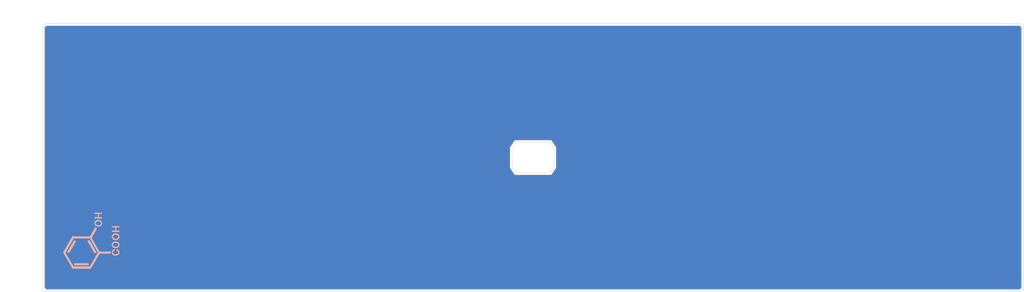
<source format=kicad_pcb>
(kicad_pcb (version 20171130) (host pcbnew "(5.0.1)-3")

  (general
    (thickness 1.6)
    (drawings 23)
    (tracks 0)
    (zones 0)
    (modules 1)
    (nets 1)
  )

  (page A4)
  (layers
    (0 F.Cu signal)
    (31 B.Cu signal)
    (32 B.Adhes user)
    (33 F.Adhes user)
    (34 B.Paste user)
    (35 F.Paste user)
    (36 B.SilkS user)
    (37 F.SilkS user)
    (38 B.Mask user)
    (39 F.Mask user)
    (40 Dwgs.User user)
    (41 Cmts.User user)
    (42 Eco1.User user)
    (43 Eco2.User user)
    (44 Edge.Cuts user)
    (45 Margin user)
    (46 B.CrtYd user)
    (47 F.CrtYd user)
    (48 B.Fab user)
    (49 F.Fab user)
  )

  (setup
    (last_trace_width 0.25)
    (user_trace_width 0.5)
    (trace_clearance 0.2)
    (zone_clearance 0.508)
    (zone_45_only no)
    (trace_min 0.2)
    (segment_width 0.2)
    (edge_width 0.1)
    (via_size 0.8)
    (via_drill 0.4)
    (via_min_size 0.4)
    (via_min_drill 0.3)
    (uvia_size 0.3)
    (uvia_drill 0.1)
    (uvias_allowed no)
    (uvia_min_size 0.2)
    (uvia_min_drill 0.1)
    (pcb_text_width 0.3)
    (pcb_text_size 1.5 1.5)
    (mod_edge_width 0.15)
    (mod_text_size 1 1)
    (mod_text_width 0.15)
    (pad_size 2.2 2.2)
    (pad_drill 2.2)
    (pad_to_mask_clearance 0)
    (solder_mask_min_width 0.25)
    (aux_axis_origin 0 0)
    (visible_elements 7FFFFFFF)
    (pcbplotparams
      (layerselection 0x010f0_ffffffff)
      (usegerberextensions true)
      (usegerberattributes false)
      (usegerberadvancedattributes false)
      (creategerberjobfile false)
      (excludeedgelayer true)
      (linewidth 0.100000)
      (plotframeref false)
      (viasonmask false)
      (mode 1)
      (useauxorigin false)
      (hpglpennumber 1)
      (hpglpenspeed 20)
      (hpglpendiameter 15.000000)
      (psnegative false)
      (psa4output false)
      (plotreference true)
      (plotvalue true)
      (plotinvisibletext false)
      (padsonsilk false)
      (subtractmaskfromsilk false)
      (outputformat 1)
      (mirror false)
      (drillshape 0)
      (scaleselection 1)
      (outputdirectory "../生成ファイル/yukata_cover/"))
  )

  (net 0 "")

  (net_class Default "これはデフォルトのネット クラスです。"
    (clearance 0.2)
    (trace_width 0.25)
    (via_dia 0.8)
    (via_drill 0.4)
    (uvia_dia 0.3)
    (uvia_drill 0.1)
  )

  (module logos:salicylic-acid_back (layer F.Cu) (tedit 5C3F60DB) (tstamp 5C42A802)
    (at 29.75 77.75 270)
    (fp_text reference G*** (at -3.134672 -4.149766 90) (layer B.SilkS) hide
      (effects (font (size 1.524 1.524) (thickness 0.3)) (justify mirror))
    )
    (fp_text value LOGO (at -3.884672 -4.149766 90) (layer B.SilkS) hide
      (effects (font (size 1.524 1.524) (thickness 0.3)) (justify mirror))
    )
    (fp_poly (pts (xy 0.727049 -2.755487) (xy 0.632606 -2.704509) (xy 0.490119 -2.625711) (xy 0.306998 -2.523317)
      (xy 0.090647 -2.401552) (xy -0.151526 -2.264642) (xy -0.412113 -2.116811) (xy -0.683708 -1.962286)
      (xy -0.958905 -1.805291) (xy -1.230295 -1.650052) (xy -1.490472 -1.500794) (xy -1.732029 -1.361742)
      (xy -1.947559 -1.237122) (xy -2.129655 -1.131158) (xy -2.27091 -1.048077) (xy -2.363917 -0.992103)
      (xy -2.400832 -0.967889) (xy -2.419217 -0.932684) (xy -2.412571 -0.87216) (xy -2.377666 -0.772118)
      (xy -2.331929 -0.664713) (xy -2.275299 -0.54257) (xy -2.228031 -0.451658) (xy -2.198517 -0.407818)
      (xy -2.194912 -0.406068) (xy -2.160077 -0.424016) (xy -2.068388 -0.474688) (xy -1.925909 -0.554647)
      (xy -1.738705 -0.660455) (xy -1.512843 -0.788675) (xy -1.254386 -0.935868) (xy -0.9694 -1.098596)
      (xy -0.663951 -1.273423) (xy -0.599113 -1.310584) (xy -0.289481 -1.488372) (xy 0.001307 -1.655884)
      (xy 0.267108 -1.809545) (xy 0.501782 -1.945778) (xy 0.699187 -2.061008) (xy 0.853183 -2.151659)
      (xy 0.957627 -2.214154) (xy 1.00638 -2.244918) (xy 1.008857 -2.246898) (xy 1.010397 -2.292852)
      (xy 0.98446 -2.381045) (xy 0.940081 -2.491847) (xy 0.886295 -2.605629) (xy 0.832139 -2.702761)
      (xy 0.786648 -2.763611) (xy 0.766042 -2.774417) (xy 0.727049 -2.755487)) (layer B.SilkS) (width 0.01))
    (fp_poly (pts (xy 3.614471 3.006974) (xy 3.723328 3.006974) (xy 3.79976 3.017484) (xy 3.832177 3.042808)
      (xy 3.832185 3.043259) (xy 3.862488 3.071609) (xy 3.93532 3.081436) (xy 4.023564 3.074621)
      (xy 4.100104 3.053044) (xy 4.136732 3.022149) (xy 4.140999 2.975633) (xy 4.144994 2.863602)
      (xy 4.148636 2.69311) (xy 4.151844 2.471213) (xy 4.154537 2.204967) (xy 4.156634 1.901426)
      (xy 4.158054 1.567647) (xy 4.158718 1.210684) (xy 4.158757 1.099006) (xy 4.158757 -0.76674)
      (xy 3.614471 -0.76674) (xy 3.614471 3.006974)) (layer B.SilkS) (width 0.01))
    (fp_poly (pts (xy -2.130493 2.554217) (xy -2.147659 2.565376) (xy -2.154957 2.573804) (xy -2.22347 2.675139)
      (xy -2.287632 2.791855) (xy -2.337537 2.902884) (xy -2.363279 2.987156) (xy -2.362972 3.0162)
      (xy -2.328955 3.044104) (xy -2.238769 3.105146) (xy -2.098655 3.195428) (xy -1.914853 3.311055)
      (xy -1.693605 3.448129) (xy -1.441152 3.602754) (xy -1.163735 3.771033) (xy -0.898103 3.9308)
      (xy -0.601254 4.108712) (xy -0.321522 4.276502) (xy -0.065479 4.430219) (xy 0.160304 4.56591)
      (xy 0.349257 4.679626) (xy 0.494807 4.767413) (xy 0.590383 4.825322) (xy 0.627785 4.848332)
      (xy 0.679823 4.874672) (xy 0.719367 4.863431) (xy 0.766249 4.804131) (xy 0.794072 4.760501)
      (xy 0.871565 4.620209) (xy 0.924011 4.492209) (xy 0.945997 4.392739) (xy 0.934246 4.339948)
      (xy 0.897519 4.315308) (xy 0.804707 4.257143) (xy 0.661984 4.169217) (xy 0.475525 4.055292)
      (xy 0.251506 3.919129) (xy -0.003898 3.76449) (xy -0.284511 3.595136) (xy -0.58416 3.414831)
      (xy -0.599302 3.405733) (xy -0.943808 3.198918) (xy -1.231535 3.02676) (xy -1.467825 2.8864)
      (xy -1.658022 2.774982) (xy -1.80747 2.689648) (xy -1.921513 2.62754) (xy -2.005492 2.5858)
      (xy -2.064753 2.561572) (xy -2.104639 2.551996) (xy -2.130493 2.554217)) (layer B.SilkS) (width 0.01))
    (fp_poly (pts (xy -4.912672 -7.987598) (xy -5.747243 -7.987598) (xy -5.747243 -8.785883) (xy -6.073815 -8.785883)
      (xy -6.073815 -6.826455) (xy -5.747243 -6.826455) (xy -5.747243 -7.697312) (xy -4.912672 -7.697312)
      (xy -4.912672 -6.826455) (xy -4.549815 -6.826455) (xy -4.549815 -8.785883) (xy -4.912672 -8.785883)
      (xy -4.912672 -7.987598)) (layer B.SilkS) (width 0.01))
    (fp_poly (pts (xy -3.480907 -8.798572) (xy -3.689159 -8.726537) (xy -3.878219 -8.599919) (xy -4.03709 -8.418862)
      (xy -4.098626 -8.314169) (xy -4.140134 -8.189222) (xy -4.168528 -8.017354) (xy -4.18237 -7.823267)
      (xy -4.180221 -7.631667) (xy -4.160644 -7.467258) (xy -4.15043 -7.424307) (xy -4.085975 -7.279216)
      (xy -3.979982 -7.12434) (xy -3.852826 -6.984946) (xy -3.724881 -6.8863) (xy -3.710066 -6.878206)
      (xy -3.600937 -6.84198) (xy -3.450438 -6.816331) (xy -3.288015 -6.80382) (xy -3.143113 -6.807009)
      (xy -3.061865 -6.82182) (xy -2.829017 -6.928331) (xy -2.651111 -7.078128) (xy -2.52628 -7.274119)
      (xy -2.452657 -7.519213) (xy -2.434435 -7.736673) (xy -2.79806 -7.736673) (xy -2.830921 -7.536225)
      (xy -2.900615 -7.357082) (xy -3.006523 -7.215022) (xy -3.09782 -7.148236) (xy -3.256631 -7.089266)
      (xy -3.401115 -7.096543) (xy -3.535558 -7.162221) (xy -3.660541 -7.267057) (xy -3.742867 -7.391788)
      (xy -3.789053 -7.551934) (xy -3.805618 -7.76302) (xy -3.805958 -7.806169) (xy -3.794062 -8.026831)
      (xy -3.753879 -8.194112) (xy -3.678666 -8.323931) (xy -3.561679 -8.432209) (xy -3.531853 -8.45324)
      (xy -3.378719 -8.516308) (xy -3.214982 -8.512658) (xy -3.057174 -8.442882) (xy -3.047321 -8.435931)
      (xy -2.926662 -8.308054) (xy -2.845312 -8.138366) (xy -2.802651 -7.942646) (xy -2.79806 -7.736673)
      (xy -2.434435 -7.736673) (xy -2.428396 -7.808735) (xy -2.430769 -7.97257) (xy -2.443292 -8.091469)
      (xy -2.471628 -8.192929) (xy -2.521443 -8.304445) (xy -2.536774 -8.334878) (xy -2.675985 -8.537951)
      (xy -2.851003 -8.685712) (xy -3.05083 -8.778305) (xy -3.264464 -8.815876) (xy -3.480907 -8.798572)) (layer B.SilkS) (width 0.01))
    (fp_poly (pts (xy -1.376335 -8.798572) (xy -1.584587 -8.726537) (xy -1.773648 -8.599919) (xy -1.932518 -8.418862)
      (xy -1.994055 -8.314169) (xy -2.035563 -8.189222) (xy -2.063957 -8.017354) (xy -2.077799 -7.823267)
      (xy -2.07565 -7.631667) (xy -2.056072 -7.467258) (xy -2.045859 -7.424307) (xy -1.981404 -7.279216)
      (xy -1.875411 -7.12434) (xy -1.748254 -6.984946) (xy -1.620309 -6.8863) (xy -1.605494 -6.878206)
      (xy -1.496366 -6.84198) (xy -1.345867 -6.816331) (xy -1.183444 -6.80382) (xy -1.038542 -6.807009)
      (xy -0.957294 -6.82182) (xy -0.724446 -6.928331) (xy -0.546539 -7.078128) (xy -0.421708 -7.274119)
      (xy -0.348086 -7.519213) (xy -0.329863 -7.736673) (xy -0.693489 -7.736673) (xy -0.72635 -7.536225)
      (xy -0.796044 -7.357082) (xy -0.901952 -7.215022) (xy -0.993249 -7.148236) (xy -1.15206 -7.089266)
      (xy -1.296543 -7.096543) (xy -1.430987 -7.162221) (xy -1.55597 -7.267057) (xy -1.638295 -7.391788)
      (xy -1.684482 -7.551934) (xy -1.701047 -7.76302) (xy -1.701386 -7.806169) (xy -1.68949 -8.026831)
      (xy -1.649308 -8.194112) (xy -1.574095 -8.323931) (xy -1.457108 -8.432209) (xy -1.427281 -8.45324)
      (xy -1.274147 -8.516308) (xy -1.11041 -8.512658) (xy -0.952603 -8.442882) (xy -0.942749 -8.435931)
      (xy -0.822091 -8.308054) (xy -0.740741 -8.138366) (xy -0.698079 -7.942646) (xy -0.693489 -7.736673)
      (xy -0.329863 -7.736673) (xy -0.323824 -7.808735) (xy -0.326197 -7.97257) (xy -0.33872 -8.091469)
      (xy -0.367057 -8.192929) (xy -0.416872 -8.304445) (xy -0.432202 -8.334878) (xy -0.571413 -8.537951)
      (xy -0.746432 -8.685712) (xy -0.946258 -8.778305) (xy -1.159893 -8.815876) (xy -1.376335 -8.798572)) (layer B.SilkS) (width 0.01))
    (fp_poly (pts (xy 0.443281 -8.75514) (xy 0.25742 -8.651081) (xy 0.115065 -8.50277) (xy 0.030386 -8.327231)
      (xy -0.008268 -8.182414) (xy -0.014914 -8.092412) (xy 0.015822 -8.044537) (xy 0.089311 -8.026099)
      (xy 0.158811 -8.023883) (xy 0.331723 -8.023883) (xy 0.396813 -8.20715) (xy 0.484582 -8.373488)
      (xy 0.603738 -8.481077) (xy 0.745216 -8.526051) (xy 0.89995 -8.504547) (xy 0.991365 -8.4606)
      (xy 1.128903 -8.338501) (xy 1.219985 -8.166558) (xy 1.266037 -7.941356) (xy 1.272687 -7.788026)
      (xy 1.267864 -7.621929) (xy 1.250949 -7.502789) (xy 1.217068 -7.40535) (xy 1.188007 -7.349329)
      (xy 1.069121 -7.195684) (xy 0.921058 -7.107235) (xy 0.748581 -7.080455) (xy 0.593564 -7.113997)
      (xy 0.46718 -7.210718) (xy 0.37569 -7.364757) (xy 0.346087 -7.457026) (xy 0.303856 -7.624741)
      (xy -0.059661 -7.624741) (xy -0.03533 -7.470526) (xy 0.026126 -7.247325) (xy 0.130182 -7.057947)
      (xy 0.267384 -6.919103) (xy 0.282533 -6.908661) (xy 0.375937 -6.856112) (xy 0.475933 -6.824809)
      (xy 0.608323 -6.808302) (xy 0.704495 -6.803186) (xy 0.854593 -6.802012) (xy 0.988945 -6.809238)
      (xy 1.080496 -6.823323) (xy 1.085902 -6.824935) (xy 1.275735 -6.922657) (xy 1.43317 -7.078498)
      (xy 1.552084 -7.282929) (xy 1.626351 -7.526422) (xy 1.647661 -7.699005) (xy 1.638915 -8.006915)
      (xy 1.574274 -8.268803) (xy 1.453626 -8.485065) (xy 1.411391 -8.535733) (xy 1.273248 -8.668468)
      (xy 1.134532 -8.750201) (xy 0.96585 -8.796533) (xy 0.90155 -8.806323) (xy 0.661654 -8.808902)
      (xy 0.443281 -8.75514)) (layer B.SilkS) (width 0.01))
    (fp_poly (pts (xy -8.432386 -3.451883) (xy -9.266957 -3.451883) (xy -9.266957 -4.250169) (xy -9.593529 -4.250169)
      (xy -9.593529 -2.290741) (xy -9.266957 -2.290741) (xy -9.266957 -3.161598) (xy -8.432386 -3.161598)
      (xy -8.432386 -2.290741) (xy -8.069529 -2.290741) (xy -8.069529 -4.250169) (xy -8.432386 -4.250169)
      (xy -8.432386 -3.451883)) (layer B.SilkS) (width 0.01))
    (fp_poly (pts (xy -7.000621 -4.262857) (xy -7.208873 -4.190823) (xy -7.397934 -4.064204) (xy -7.556804 -3.883148)
      (xy -7.61834 -3.778455) (xy -7.659849 -3.653508) (xy -7.688243 -3.481639) (xy -7.702084 -3.287553)
      (xy -7.699936 -3.095953) (xy -7.680358 -2.931544) (xy -7.670145 -2.888592) (xy -7.605689 -2.743501)
      (xy -7.499696 -2.588626) (xy -7.37254 -2.449232) (xy -7.244595 -2.350586) (xy -7.22978 -2.342492)
      (xy -7.120652 -2.306266) (xy -6.970153 -2.280617) (xy -6.807729 -2.268106) (xy -6.662827 -2.271294)
      (xy -6.58158 -2.286106) (xy -6.348731 -2.392617) (xy -6.170825 -2.542414) (xy -6.045994 -2.738405)
      (xy -5.972372 -2.983498) (xy -5.954149 -3.200959) (xy -6.317774 -3.200959) (xy -6.350635 -3.000511)
      (xy -6.420329 -2.821368) (xy -6.526237 -2.679307) (xy -6.617534 -2.612522) (xy -6.776346 -2.553551)
      (xy -6.920829 -2.560828) (xy -7.055272 -2.626507) (xy -7.180255 -2.731343) (xy -7.262581 -2.856073)
      (xy -7.308767 -3.01622) (xy -7.325332 -3.227306) (xy -7.325672 -3.270455) (xy -7.313776 -3.491116)
      (xy -7.273594 -3.658397) (xy -7.198381 -3.788217) (xy -7.081394 -3.896495) (xy -7.051567 -3.917526)
      (xy -6.898433 -3.980594) (xy -6.734696 -3.976944) (xy -6.576888 -3.907168) (xy -6.567035 -3.900217)
      (xy -6.446377 -3.772339) (xy -6.365026 -3.602651) (xy -6.322365 -3.406932) (xy -6.317774 -3.200959)
      (xy -5.954149 -3.200959) (xy -5.94811 -3.27302) (xy -5.950483 -3.436856) (xy -5.963006 -3.555755)
      (xy -5.991343 -3.657215) (xy -6.041157 -3.768731) (xy -6.056488 -3.799163) (xy -6.195699 -4.002237)
      (xy -6.370718 -4.149998) (xy -6.570544 -4.242591) (xy -6.784178 -4.280162) (xy -7.000621 -4.262857)) (layer B.SilkS) (width 0.01))
    (fp_poly (pts (xy 0.566471 -3.57054) (xy -1.189049 -2.567783) (xy -1.516145 -2.381267) (xy -1.824574 -2.206017)
      (xy -2.108555 -2.045277) (xy -2.362306 -1.902289) (xy -2.580044 -1.780297) (xy -2.755989 -1.682543)
      (xy -2.884357 -1.61227) (xy -2.959369 -1.572722) (xy -2.976835 -1.565026) (xy -3.014444 -1.58252)
      (xy -3.107941 -1.632406) (xy -3.250366 -1.710792) (xy -3.434759 -1.813784) (xy -3.65416 -1.937489)
      (xy -3.901608 -2.078015) (xy -4.170143 -2.231468) (xy -4.239593 -2.271301) (xy -4.552466 -2.450528)
      (xy -4.808518 -2.596164) (xy -5.013619 -2.711182) (xy -5.173637 -2.798552) (xy -5.294441 -2.861245)
      (xy -5.381899 -2.902233) (xy -5.44188 -2.924486) (xy -5.480252 -2.930977) (xy -5.502885 -2.924675)
      (xy -5.511771 -2.915373) (xy -5.551137 -2.851735) (xy -5.611573 -2.748819) (xy -5.669217 -2.647918)
      (xy -5.784974 -2.442666) (xy -5.031323 -2.008438) (xy -4.786532 -1.867671) (xy -4.532101 -1.72184)
      (xy -4.284858 -1.580558) (xy -4.061634 -1.453437) (xy -3.879257 -1.350088) (xy -3.834195 -1.324689)
      (xy -3.390719 -1.075169) (xy -3.389695 0.997618) (xy -3.388672 3.070405) (xy -3.480462 3.234636)
      (xy -3.572253 3.398867) (xy -3.453248 3.470916) (xy -3.409663 3.496517) (xy -3.309699 3.554788)
      (xy -3.159765 3.642009) (xy -2.966273 3.754462) (xy -2.735633 3.88843) (xy -2.474254 4.040192)
      (xy -2.188548 4.20603) (xy -1.884924 4.382227) (xy -1.569793 4.565063) (xy -1.249564 4.750819)
      (xy -0.93065 4.935778) (xy -0.619459 5.116221) (xy -0.322401 5.288429) (xy -0.045888 5.448683)
      (xy 0.20367 5.593265) (xy 0.419864 5.718457) (xy 0.596282 5.820539) (xy 0.726515 5.895794)
      (xy 0.787448 5.930911) (xy 0.827758 5.920168) (xy 0.8502 5.901873) (xy 0.888034 5.877148)
      (xy 0.983546 5.81948) (xy 1.131426 5.731963) (xy 1.326359 5.61769) (xy 1.563033 5.479753)
      (xy 1.836135 5.321247) (xy 2.140352 5.145264) (xy 2.470372 4.954897) (xy 2.820882 4.75324)
      (xy 2.98231 4.660536) (xy 5.073073 3.460545) (xy 5.068068 1.270686) (xy 5.067358 0.778541)
      (xy 5.067679 0.355449) (xy 5.069088 -0.002103) (xy 5.071644 -0.297627) (xy 5.075403 -0.534635)
      (xy 5.080424 -0.716639) (xy 5.086765 -0.847152) (xy 5.094482 -0.929685) (xy 5.103633 -0.967752)
      (xy 5.104826 -0.969494) (xy 5.127266 -1.045741) (xy 5.119947 -1.075169) (xy 4.447934 -1.075169)
      (xy 4.439417 1.06073) (xy 4.4309 3.196628) (xy 3.4149 3.796042) (xy 3.119993 3.969641)
      (xy 2.801571 4.156404) (xy 2.476679 4.346381) (xy 2.162364 4.52962) (xy 1.87567 4.696169)
      (xy 1.633643 4.836075) (xy 1.624755 4.841194) (xy 0.85061 5.286932) (xy 0.463612 5.061173)
      (xy 0.350592 4.995348) (xy 0.183328 4.898078) (xy -0.029644 4.774319) (xy -0.279787 4.62903)
      (xy -0.558565 4.467168) (xy -0.857441 4.293691) (xy -1.167879 4.113555) (xy -1.383886 3.988246)
      (xy -2.844386 3.141079) (xy -2.844386 -1.050461) (xy -1.02528 -2.093934) (xy -0.692108 -2.284654)
      (xy -0.377268 -2.46412) (xy -0.086456 -2.629134) (xy 0.174627 -2.776499) (xy 0.400285 -2.903019)
      (xy 0.584818 -3.005496) (xy 0.722529 -3.080733) (xy 0.807719 -3.125533) (xy 0.834362 -3.137314)
      (xy 0.872949 -3.119603) (xy 0.967992 -3.068853) (xy 1.113259 -2.988586) (xy 1.302514 -2.882323)
      (xy 1.529526 -2.753583) (xy 1.788059 -2.605887) (xy 2.07188 -2.442756) (xy 2.374756 -2.267711)
      (xy 2.3989 -2.253717) (xy 2.712705 -2.071892) (xy 3.015756 -1.896483) (xy 3.300559 -1.731813)
      (xy 3.559619 -1.582207) (xy 3.785442 -1.451991) (xy 3.970536 -1.34549) (xy 4.107406 -1.267027)
      (xy 4.185417 -1.222691) (xy 4.447934 -1.075169) (xy 5.119947 -1.075169) (xy 5.117805 -1.083778)
      (xy 5.092761 -1.173626) (xy 5.086531 -1.22993) (xy 5.078304 -1.251415) (xy 5.051867 -1.281129)
      (xy 5.00293 -1.321749) (xy 4.927202 -1.375955) (xy 4.820392 -1.446424) (xy 4.678208 -1.535835)
      (xy 4.496361 -1.646866) (xy 4.270559 -1.782195) (xy 3.996511 -1.944501) (xy 3.669925 -2.136462)
      (xy 3.286513 -2.360756) (xy 3.106471 -2.465846) (xy 1.1289 -3.619574) (xy 1.119412 -5.059729)
      (xy 1.109924 -6.499883) (xy 0.566471 -6.499883) (xy 0.566471 -3.57054)) (layer B.SilkS) (width 0.01))
  )

  (dimension 9.25 (width 0.3) (layer Dwgs.User)
    (gr_text "9.250 mm" (at 151.125 55.85) (layer Dwgs.User)
      (effects (font (size 1.5 1.5) (thickness 0.3)))
    )
    (feature1 (pts (xy 155.75 53.75) (xy 155.75 54.336421)))
    (feature2 (pts (xy 146.5 53.75) (xy 146.5 54.336421)))
    (crossbar (pts (xy 146.5 53.75) (xy 155.75 53.75)))
    (arrow1a (pts (xy 155.75 53.75) (xy 154.623496 54.336421)))
    (arrow1b (pts (xy 155.75 53.75) (xy 154.623496 53.163579)))
    (arrow2a (pts (xy 146.5 53.75) (xy 147.626504 54.336421)))
    (arrow2b (pts (xy 146.5 53.75) (xy 147.626504 53.163579)))
  )
  (gr_circle (center 146.5 53.75) (end 155.73 54.4) (layer Dwgs.User) (width 0.2))
  (dimension 35 (width 0.3) (layer Dwgs.User)
    (gr_text "35.000 mm" (at 151.2 36.25 270) (layer Dwgs.User)
      (effects (font (size 1.5 1.5) (thickness 0.3)))
    )
    (feature1 (pts (xy 146.5 53.75) (xy 149.686421 53.75)))
    (feature2 (pts (xy 146.5 18.75) (xy 149.686421 18.75)))
    (crossbar (pts (xy 149.1 18.75) (xy 149.1 53.75)))
    (arrow1a (pts (xy 149.1 53.75) (xy 148.513579 52.623496)))
    (arrow1b (pts (xy 149.1 53.75) (xy 149.686421 52.623496)))
    (arrow2a (pts (xy 149.1 18.75) (xy 148.513579 19.876504)))
    (arrow2b (pts (xy 149.1 18.75) (xy 149.686421 19.876504)))
  )
  (dimension 128 (width 0.3) (layer Dwgs.User)
    (gr_text "128.000 mm" (at 210.5 65) (layer Dwgs.User)
      (effects (font (size 1.5 1.5) (thickness 0.3)))
    )
    (feature1 (pts (xy 146.5 18.75) (xy 146.5 63.486421)))
    (feature2 (pts (xy 274.5 18.75) (xy 274.5 63.486421)))
    (crossbar (pts (xy 274.5 62.9) (xy 146.5 62.9)))
    (arrow1a (pts (xy 146.5 62.9) (xy 147.626504 62.313579)))
    (arrow1b (pts (xy 146.5 62.9) (xy 147.626504 63.486421)))
    (arrow2a (pts (xy 274.5 62.9) (xy 273.373496 62.313579)))
    (arrow2b (pts (xy 274.5 62.9) (xy 273.373496 63.486421)))
  )
  (gr_line (start 142 57.75) (end 141 56.25) (layer Edge.Cuts) (width 0.1))
  (gr_line (start 141 51.25) (end 142 49.75) (layer Edge.Cuts) (width 0.1))
  (gr_line (start 152 51.25) (end 151 49.75) (layer Edge.Cuts) (width 0.1))
  (gr_line (start 151 57.75) (end 152 56.25) (layer Edge.Cuts) (width 0.1))
  (gr_line (start 18.5 19.5) (end 19.25 18.75) (layer Edge.Cuts) (width 0.1) (tstamp 5C55A344))
  (gr_line (start 274.5 19.5) (end 273.75 18.75) (layer Edge.Cuts) (width 0.1) (tstamp 5C55A339))
  (dimension 256 (width 0.3) (layer Dwgs.User)
    (gr_text "256.000 mm" (at 146.5 13.65) (layer Dwgs.User)
      (effects (font (size 1.5 1.5) (thickness 0.3)))
    )
    (feature1 (pts (xy 274.5 18.75) (xy 274.5 15.163579)))
    (feature2 (pts (xy 18.5 18.75) (xy 18.5 15.163579)))
    (crossbar (pts (xy 18.5 15.75) (xy 274.5 15.75)))
    (arrow1a (pts (xy 274.5 15.75) (xy 273.373496 16.336421)))
    (arrow1b (pts (xy 274.5 15.75) (xy 273.373496 15.163579)))
    (arrow2a (pts (xy 18.5 15.75) (xy 19.626504 16.336421)))
    (arrow2b (pts (xy 18.5 15.75) (xy 19.626504 15.163579)))
  )
  (dimension 70 (width 0.3) (layer Dwgs.User)
    (gr_text "70.000 mm" (at 12.9 53.75 90) (layer Dwgs.User)
      (effects (font (size 1.5 1.5) (thickness 0.3)))
    )
    (feature1 (pts (xy 18.5 18.75) (xy 14.413579 18.75)))
    (feature2 (pts (xy 18.5 88.75) (xy 14.413579 88.75)))
    (crossbar (pts (xy 15 88.75) (xy 15 18.75)))
    (arrow1a (pts (xy 15 18.75) (xy 15.586421 19.876504)))
    (arrow1b (pts (xy 15 18.75) (xy 14.413579 19.876504)))
    (arrow2a (pts (xy 15 88.75) (xy 15.586421 87.623496)))
    (arrow2b (pts (xy 15 88.75) (xy 14.413579 87.623496)))
  )
  (gr_line (start 141 56.25) (end 141 51.25) (layer Edge.Cuts) (width 0.1))
  (gr_line (start 151 57.75) (end 142 57.75) (layer Edge.Cuts) (width 0.1))
  (gr_line (start 142 49.75) (end 151 49.75) (layer Edge.Cuts) (width 0.1))
  (gr_line (start 152 56.25) (end 152 51.25) (layer Edge.Cuts) (width 0.1))
  (gr_line (start 19.25 18.75) (end 273.75 18.75) (layer Edge.Cuts) (width 0.1))
  (gr_line (start 273.75 88.75) (end 274.5 88) (layer Edge.Cuts) (width 0.1))
  (gr_line (start 19.25 88.75) (end 18.5 88) (layer Edge.Cuts) (width 0.1))
  (gr_line (start 19.25 88.75) (end 19.5 88.75) (layer Edge.Cuts) (width 0.1))
  (gr_line (start 18.5 88) (end 18.5 19.5) (layer Edge.Cuts) (width 0.1))
  (gr_line (start 273.75 88.75) (end 19.5 88.75) (layer Edge.Cuts) (width 0.1))
  (gr_line (start 274.5 19.5) (end 274.5 88) (layer Edge.Cuts) (width 0.1))

  (zone (net 0) (net_name "") (layer F.Cu) (tstamp 5C853B75) (hatch edge 0.508)
    (connect_pads (clearance 0.508))
    (min_thickness 0.254)
    (fill yes (arc_segments 16) (thermal_gap 0.508) (thermal_bridge_width 0.508))
    (polygon
      (pts
        (xy 274.5 88) (xy 273.75 88.75) (xy 19.25 88.75) (xy 18.5 88) (xy 18.5 18.75)
        (xy 274.5 18.75)
      )
    )
    (filled_polygon
      (pts
        (xy 273.815 19.783736) (xy 273.815001 87.716263) (xy 273.466265 88.065) (xy 19.533736 88.065) (xy 19.185 87.716265)
        (xy 19.185 51.114462) (xy 140.31486 51.114462) (xy 140.315001 51.249744) (xy 140.315 56.25119) (xy 140.31486 56.385538)
        (xy 140.341254 56.449448) (xy 140.354745 56.517272) (xy 140.429976 56.629863) (xy 141.354673 58.016911) (xy 141.354745 58.017273)
        (xy 141.429585 58.129279) (xy 141.467466 58.186101) (xy 141.467726 58.186361) (xy 141.506143 58.243857) (xy 141.563038 58.281873)
        (xy 141.611371 58.330307) (xy 141.675229 58.356837) (xy 141.732727 58.395255) (xy 141.799838 58.408604) (xy 141.863028 58.434856)
        (xy 141.932178 58.434928) (xy 141.932538 58.435) (xy 142.000717 58.435) (xy 142.135538 58.435141) (xy 142.135879 58.435)
        (xy 150.864123 58.435) (xy 150.864462 58.43514) (xy 150.998797 58.435) (xy 151.067462 58.435) (xy 151.067824 58.434928)
        (xy 151.136971 58.434856) (xy 151.20016 58.408605) (xy 151.267273 58.395255) (xy 151.324772 58.356835) (xy 151.388628 58.330307)
        (xy 151.436959 58.281875) (xy 151.493857 58.243857) (xy 151.532276 58.186358) (xy 151.532533 58.186101) (xy 151.569999 58.129902)
        (xy 151.645255 58.017273) (xy 151.645327 58.01691) (xy 152.570218 56.629574) (xy 152.645255 56.517273) (xy 152.658746 56.449452)
        (xy 152.685141 56.385539) (xy 152.685 56.250718) (xy 152.685 51.249282) (xy 152.685141 51.114461) (xy 152.658746 51.050548)
        (xy 152.645255 50.982727) (xy 152.569999 50.870098) (xy 151.645327 49.48309) (xy 151.645255 49.482727) (xy 151.569999 49.370098)
        (xy 151.532533 49.313899) (xy 151.532276 49.313642) (xy 151.493857 49.256143) (xy 151.436959 49.218125) (xy 151.388628 49.169693)
        (xy 151.324772 49.143165) (xy 151.267273 49.104745) (xy 151.20016 49.091395) (xy 151.136971 49.065144) (xy 151.067824 49.065072)
        (xy 151.067462 49.065) (xy 150.998797 49.065) (xy 150.864462 49.06486) (xy 150.864123 49.065) (xy 142.135879 49.065)
        (xy 142.135538 49.064859) (xy 142.000717 49.065) (xy 141.932538 49.065) (xy 141.932178 49.065072) (xy 141.863028 49.065144)
        (xy 141.799838 49.091396) (xy 141.732727 49.104745) (xy 141.675229 49.143163) (xy 141.611371 49.169693) (xy 141.563038 49.218127)
        (xy 141.506143 49.256143) (xy 141.467726 49.313639) (xy 141.467466 49.313899) (xy 141.429585 49.370721) (xy 141.354745 49.482727)
        (xy 141.354673 49.483089) (xy 140.429829 50.870357) (xy 140.354746 50.982727) (xy 140.341255 51.050549) (xy 140.31486 51.114462)
        (xy 19.185 51.114462) (xy 19.185 19.783735) (xy 19.533736 19.435) (xy 273.466265 19.435)
      )
    )
  )
  (zone (net 0) (net_name "") (layer B.Cu) (tstamp 5C853B72) (hatch edge 0.508)
    (connect_pads (clearance 0.508))
    (min_thickness 0.254)
    (fill yes (arc_segments 16) (thermal_gap 0.508) (thermal_bridge_width 0.508))
    (polygon
      (pts
        (xy 274.5 88) (xy 273.75 88.75) (xy 19.25 88.75) (xy 18.5 88) (xy 18.5 18.75)
        (xy 274.5 18.75)
      )
    )
    (filled_polygon
      (pts
        (xy 273.815 19.783736) (xy 273.815001 87.716263) (xy 273.466265 88.065) (xy 19.533736 88.065) (xy 19.185 87.716265)
        (xy 19.185 51.114462) (xy 140.31486 51.114462) (xy 140.315001 51.249744) (xy 140.315 56.25119) (xy 140.31486 56.385538)
        (xy 140.341254 56.449448) (xy 140.354745 56.517272) (xy 140.429976 56.629863) (xy 141.354673 58.016911) (xy 141.354745 58.017273)
        (xy 141.429585 58.129279) (xy 141.467466 58.186101) (xy 141.467726 58.186361) (xy 141.506143 58.243857) (xy 141.563038 58.281873)
        (xy 141.611371 58.330307) (xy 141.675229 58.356837) (xy 141.732727 58.395255) (xy 141.799838 58.408604) (xy 141.863028 58.434856)
        (xy 141.932178 58.434928) (xy 141.932538 58.435) (xy 142.000717 58.435) (xy 142.135538 58.435141) (xy 142.135879 58.435)
        (xy 150.864123 58.435) (xy 150.864462 58.43514) (xy 150.998797 58.435) (xy 151.067462 58.435) (xy 151.067824 58.434928)
        (xy 151.136971 58.434856) (xy 151.20016 58.408605) (xy 151.267273 58.395255) (xy 151.324772 58.356835) (xy 151.388628 58.330307)
        (xy 151.436959 58.281875) (xy 151.493857 58.243857) (xy 151.532276 58.186358) (xy 151.532533 58.186101) (xy 151.569999 58.129902)
        (xy 151.645255 58.017273) (xy 151.645327 58.01691) (xy 152.570218 56.629574) (xy 152.645255 56.517273) (xy 152.658746 56.449452)
        (xy 152.685141 56.385539) (xy 152.685 56.250718) (xy 152.685 51.249282) (xy 152.685141 51.114461) (xy 152.658746 51.050548)
        (xy 152.645255 50.982727) (xy 152.569999 50.870098) (xy 151.645327 49.48309) (xy 151.645255 49.482727) (xy 151.569999 49.370098)
        (xy 151.532533 49.313899) (xy 151.532276 49.313642) (xy 151.493857 49.256143) (xy 151.436959 49.218125) (xy 151.388628 49.169693)
        (xy 151.324772 49.143165) (xy 151.267273 49.104745) (xy 151.20016 49.091395) (xy 151.136971 49.065144) (xy 151.067824 49.065072)
        (xy 151.067462 49.065) (xy 150.998797 49.065) (xy 150.864462 49.06486) (xy 150.864123 49.065) (xy 142.135879 49.065)
        (xy 142.135538 49.064859) (xy 142.000717 49.065) (xy 141.932538 49.065) (xy 141.932178 49.065072) (xy 141.863028 49.065144)
        (xy 141.799838 49.091396) (xy 141.732727 49.104745) (xy 141.675229 49.143163) (xy 141.611371 49.169693) (xy 141.563038 49.218127)
        (xy 141.506143 49.256143) (xy 141.467726 49.313639) (xy 141.467466 49.313899) (xy 141.429585 49.370721) (xy 141.354745 49.482727)
        (xy 141.354673 49.483089) (xy 140.429829 50.870357) (xy 140.354746 50.982727) (xy 140.341255 51.050549) (xy 140.31486 51.114462)
        (xy 19.185 51.114462) (xy 19.185 19.783735) (xy 19.533736 19.435) (xy 273.466265 19.435)
      )
    )
  )
  (zone (net 0) (net_name "") (layers F&B.Cu) (tstamp 0) (hatch edge 0.508)
    (connect_pads (clearance 0.508))
    (min_thickness 0.254)
    (keepout (tracks not_allowed) (vias not_allowed) (copperpour not_allowed))
    (fill (arc_segments 16) (thermal_gap 0.508) (thermal_bridge_width 0.508))
    (polygon
      (pts
        (xy 142 57.75) (xy 151 57.75) (xy 152 56.25) (xy 152 51.25) (xy 151 49.75)
        (xy 142 49.75) (xy 141 51.25) (xy 141 56.25)
      )
    )
  )
)

</source>
